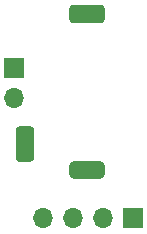
<source format=gbr>
%TF.GenerationSoftware,KiCad,Pcbnew,(6.0.2-0)*%
%TF.CreationDate,2022-02-24T16:39:24+09:00*%
%TF.ProjectId,PJ302Breakout,504a3330-3242-4726-9561-6b6f75742e6b,rev?*%
%TF.SameCoordinates,Original*%
%TF.FileFunction,Soldermask,Top*%
%TF.FilePolarity,Negative*%
%FSLAX46Y46*%
G04 Gerber Fmt 4.6, Leading zero omitted, Abs format (unit mm)*
G04 Created by KiCad (PCBNEW (6.0.2-0)) date 2022-02-24 16:39:24*
%MOMM*%
%LPD*%
G01*
G04 APERTURE LIST*
G04 Aperture macros list*
%AMRoundRect*
0 Rectangle with rounded corners*
0 $1 Rounding radius*
0 $2 $3 $4 $5 $6 $7 $8 $9 X,Y pos of 4 corners*
0 Add a 4 corners polygon primitive as box body*
4,1,4,$2,$3,$4,$5,$6,$7,$8,$9,$2,$3,0*
0 Add four circle primitives for the rounded corners*
1,1,$1+$1,$2,$3*
1,1,$1+$1,$4,$5*
1,1,$1+$1,$6,$7*
1,1,$1+$1,$8,$9*
0 Add four rect primitives between the rounded corners*
20,1,$1+$1,$2,$3,$4,$5,0*
20,1,$1+$1,$4,$5,$6,$7,0*
20,1,$1+$1,$6,$7,$8,$9,0*
20,1,$1+$1,$8,$9,$2,$3,0*%
G04 Aperture macros list end*
%ADD10RoundRect,0.250500X-1.249500X0.499500X-1.249500X-0.499500X1.249500X-0.499500X1.249500X0.499500X0*%
%ADD11RoundRect,0.250500X-0.499500X-1.249500X0.499500X-1.249500X0.499500X1.249500X-0.499500X1.249500X0*%
%ADD12RoundRect,0.375000X-1.125000X0.375000X-1.125000X-0.375000X1.125000X-0.375000X1.125000X0.375000X0*%
%ADD13R,1.700000X1.700000*%
%ADD14O,1.700000X1.700000*%
G04 APERTURE END LIST*
D10*
%TO.C,J1*%
X116669500Y-48756000D03*
D11*
X111469500Y-59756000D03*
D12*
X116669500Y-61956000D03*
%TD*%
D13*
%TO.C,J3*%
X110490000Y-53340000D03*
D14*
X110490000Y-55880000D03*
%TD*%
D13*
%TO.C,J2*%
X120640000Y-66040000D03*
D14*
X118100000Y-66040000D03*
X115560000Y-66040000D03*
X113020000Y-66040000D03*
%TD*%
M02*

</source>
